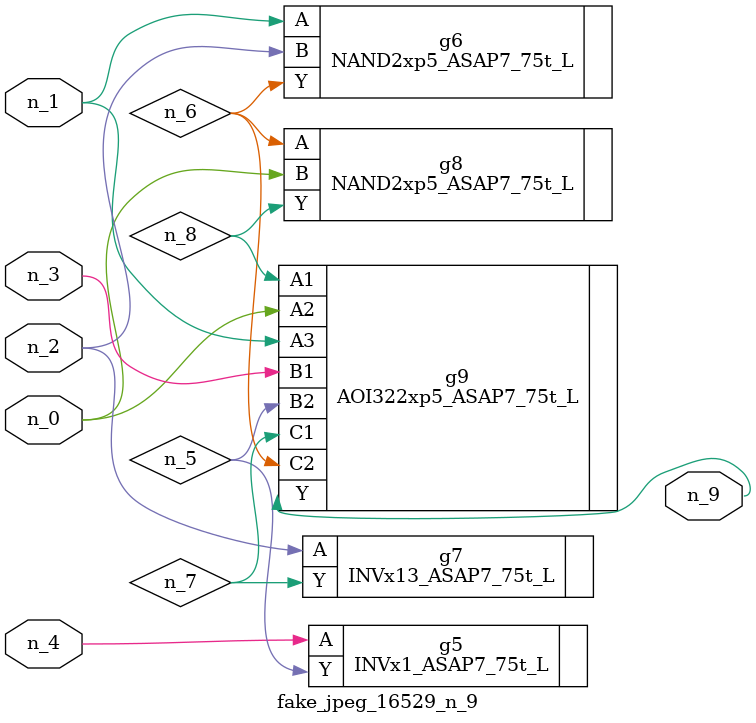
<source format=v>
module fake_jpeg_16529_n_9 (n_3, n_2, n_1, n_0, n_4, n_9);

input n_3;
input n_2;
input n_1;
input n_0;
input n_4;

output n_9;

wire n_8;
wire n_6;
wire n_5;
wire n_7;

INVx1_ASAP7_75t_L g5 ( 
.A(n_4),
.Y(n_5)
);

NAND2xp5_ASAP7_75t_L g6 ( 
.A(n_1),
.B(n_2),
.Y(n_6)
);

INVx13_ASAP7_75t_L g7 ( 
.A(n_2),
.Y(n_7)
);

NAND2xp5_ASAP7_75t_L g8 ( 
.A(n_6),
.B(n_0),
.Y(n_8)
);

AOI322xp5_ASAP7_75t_L g9 ( 
.A1(n_8),
.A2(n_0),
.A3(n_1),
.B1(n_3),
.B2(n_5),
.C1(n_7),
.C2(n_6),
.Y(n_9)
);


endmodule
</source>
